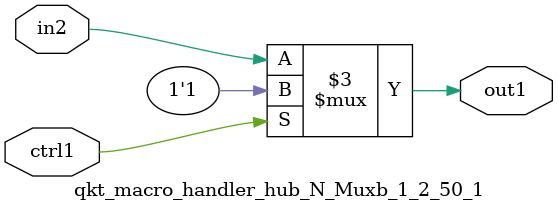
<source format=v>

`timescale 1ps / 1ps


module qkt_macro_handler_hub_N_Muxb_1_2_50_1( in2, ctrl1, out1 );

    input in2;
    input ctrl1;
    output out1;
    reg out1;

    
    // rtl_process:qkt_macro_handler_hub_N_Muxb_1_2_50_1/qkt_macro_handler_hub_N_Muxb_1_2_50_1_thread_1
    always @*
      begin : qkt_macro_handler_hub_N_Muxb_1_2_50_1_thread_1
        case (ctrl1) 
          1'b1: 
            begin
              out1 = 1'b1;
            end
          default: 
            begin
              out1 = in2;
            end
        endcase
      end

endmodule


</source>
